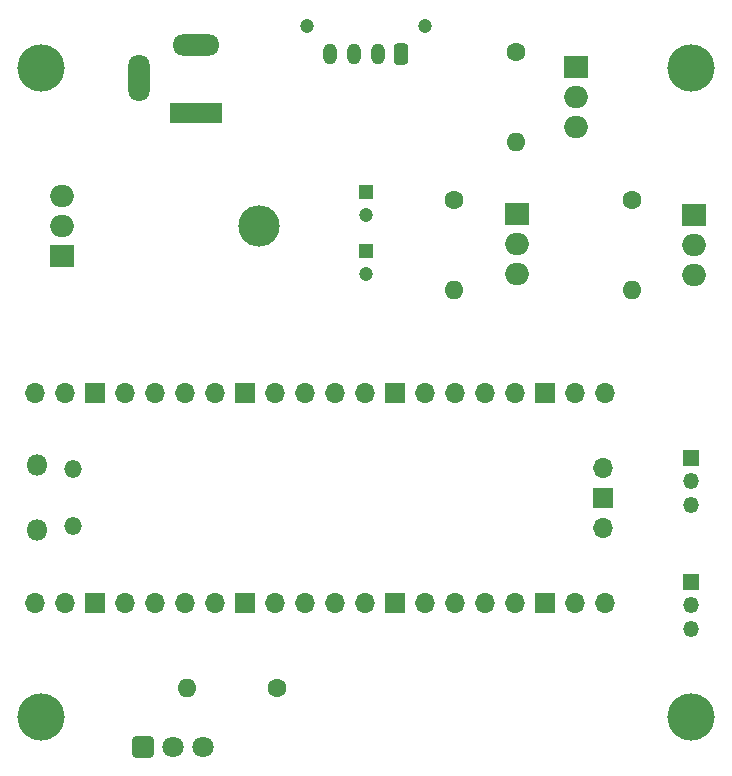
<source format=gbs>
%TF.GenerationSoftware,KiCad,Pcbnew,7.0.0-1.fc37*%
%TF.CreationDate,2023-03-02T16:58:32+00:00*%
%TF.ProjectId,led_strip_controller,6c65645f-7374-4726-9970-5f636f6e7472,4*%
%TF.SameCoordinates,Original*%
%TF.FileFunction,Soldermask,Bot*%
%TF.FilePolarity,Negative*%
%FSLAX46Y46*%
G04 Gerber Fmt 4.6, Leading zero omitted, Abs format (unit mm)*
G04 Created by KiCad (PCBNEW 7.0.0-1.fc37) date 2023-03-02 16:58:32*
%MOMM*%
%LPD*%
G01*
G04 APERTURE LIST*
G04 Aperture macros list*
%AMRoundRect*
0 Rectangle with rounded corners*
0 $1 Rounding radius*
0 $2 $3 $4 $5 $6 $7 $8 $9 X,Y pos of 4 corners*
0 Add a 4 corners polygon primitive as box body*
4,1,4,$2,$3,$4,$5,$6,$7,$8,$9,$2,$3,0*
0 Add four circle primitives for the rounded corners*
1,1,$1+$1,$2,$3*
1,1,$1+$1,$4,$5*
1,1,$1+$1,$6,$7*
1,1,$1+$1,$8,$9*
0 Add four rect primitives between the rounded corners*
20,1,$1+$1,$2,$3,$4,$5,0*
20,1,$1+$1,$4,$5,$6,$7,0*
20,1,$1+$1,$6,$7,$8,$9,0*
20,1,$1+$1,$8,$9,$2,$3,0*%
G04 Aperture macros list end*
%ADD10R,2.000000X1.905000*%
%ADD11O,2.000000X1.905000*%
%ADD12C,4.000000*%
%ADD13O,3.500000X3.500000*%
%ADD14R,4.400000X1.800000*%
%ADD15O,4.000000X1.800000*%
%ADD16O,1.800000X4.000000*%
%ADD17C,1.600000*%
%ADD18O,1.600000X1.600000*%
%ADD19RoundRect,0.248400X-0.651600X-0.651600X0.651600X-0.651600X0.651600X0.651600X-0.651600X0.651600X0*%
%ADD20C,1.800000*%
%ADD21C,1.200000*%
%ADD22RoundRect,0.250000X0.350000X0.650000X-0.350000X0.650000X-0.350000X-0.650000X0.350000X-0.650000X0*%
%ADD23O,1.200000X1.800000*%
%ADD24R,1.350000X1.350000*%
%ADD25O,1.350000X1.350000*%
%ADD26R,1.200000X1.200000*%
%ADD27O,1.800000X1.800000*%
%ADD28O,1.500000X1.500000*%
%ADD29O,1.700000X1.700000*%
%ADD30R,1.700000X1.700000*%
G04 APERTURE END LIST*
D10*
X142499999Y-72419999D03*
D11*
X142499999Y-74959999D03*
X142499999Y-77499999D03*
D10*
X147499999Y-59919999D03*
D11*
X147499999Y-62459999D03*
X147499999Y-64999999D03*
D10*
X157499999Y-72459999D03*
D11*
X157499999Y-74999999D03*
X157499999Y-77539999D03*
D12*
X157220000Y-60000000D03*
D13*
X120638726Y-73392717D03*
D10*
X103978726Y-75932717D03*
D11*
X103978726Y-73392717D03*
X103978726Y-70852717D03*
D14*
X115319999Y-63849999D03*
D15*
X115319999Y-58049999D03*
D16*
X110519999Y-60849999D03*
D17*
X142449793Y-58684866D03*
D18*
X142449792Y-66304865D03*
D19*
X110870000Y-117500000D03*
D20*
X113410000Y-117500000D03*
X115950000Y-117500000D03*
D21*
X134720000Y-56425000D03*
X124720000Y-56425000D03*
D22*
X132720000Y-58825000D03*
D23*
X130719999Y-58824999D03*
X128719999Y-58824999D03*
X126719999Y-58824999D03*
D24*
X157219999Y-103499999D03*
D25*
X157219999Y-105499999D03*
X157219999Y-107499999D03*
D26*
X129719999Y-75499999D03*
D21*
X129720000Y-77500000D03*
D27*
X101869999Y-99114999D03*
D28*
X104899999Y-98814999D03*
X104899999Y-93964999D03*
D27*
X101869999Y-93664999D03*
D29*
X101739999Y-105279999D03*
X104279999Y-105279999D03*
D30*
X106819999Y-105279999D03*
D29*
X109359999Y-105279999D03*
X111899999Y-105279999D03*
X114439999Y-105279999D03*
X116979999Y-105279999D03*
D30*
X119519999Y-105279999D03*
D29*
X122059999Y-105279999D03*
X124599999Y-105279999D03*
X127139999Y-105279999D03*
X129679999Y-105279999D03*
D30*
X132219999Y-105279999D03*
D29*
X134759999Y-105279999D03*
X137299999Y-105279999D03*
X139839999Y-105279999D03*
X142379999Y-105279999D03*
D30*
X144919999Y-105279999D03*
D29*
X147459999Y-105279999D03*
X149999999Y-105279999D03*
X149999999Y-87499999D03*
X147459999Y-87499999D03*
D30*
X144919999Y-87499999D03*
D29*
X142379999Y-87499999D03*
X139839999Y-87499999D03*
X137299999Y-87499999D03*
X134759999Y-87499999D03*
D30*
X132219999Y-87499999D03*
D29*
X129679999Y-87499999D03*
X127139999Y-87499999D03*
X124599999Y-87499999D03*
X122059999Y-87499999D03*
D30*
X119519999Y-87499999D03*
D29*
X116979999Y-87499999D03*
X114439999Y-87499999D03*
X111899999Y-87499999D03*
X109359999Y-87499999D03*
D30*
X106819999Y-87499999D03*
D29*
X104279999Y-87499999D03*
X101739999Y-87499999D03*
X149769999Y-98929999D03*
D30*
X149769999Y-96389999D03*
D29*
X149769999Y-93849999D03*
D17*
X152220000Y-71190000D03*
D18*
X152219999Y-78809999D03*
D26*
X129719999Y-70499999D03*
D21*
X129720000Y-72500000D03*
D12*
X157220000Y-115000000D03*
D17*
X122220000Y-112500000D03*
D18*
X114599999Y-112499999D03*
D12*
X102220000Y-60000000D03*
D17*
X137220000Y-71190000D03*
D18*
X137219999Y-78809999D03*
D12*
X102220000Y-115000000D03*
D24*
X157219999Y-92999999D03*
D25*
X157219999Y-94999999D03*
X157219999Y-96999999D03*
M02*

</source>
